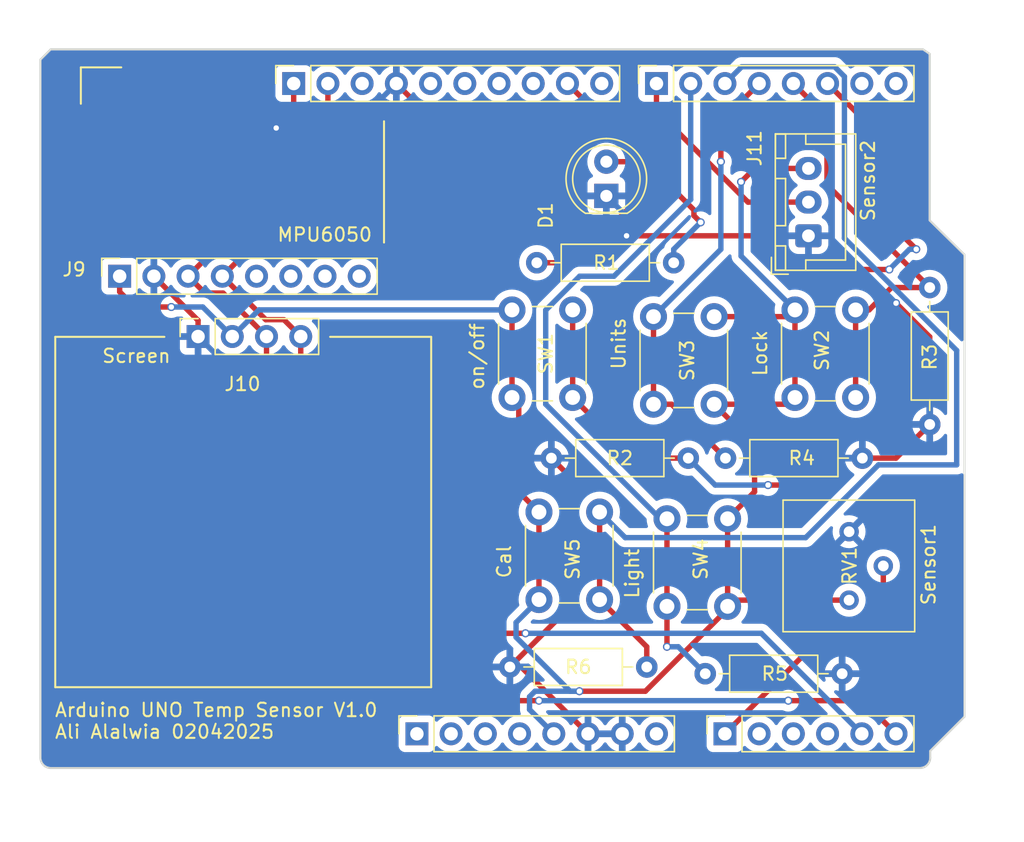
<source format=kicad_pcb>
(kicad_pcb (version 20240108) (generator "pcbnew") (generator_version "8.0")
  (title_block (date "mar. 31 mars 2015"))
  (layers (0 "F.Cu" signal) (31 "B.Cu" signal) (34 "B.Paste" user) (35 "F.Paste" user) (36 "B.SilkS" user "B.Silkscreen") (37 "F.SilkS" user "F.Silkscreen") (38 "B.Mask" user) (39 "F.Mask" user) (44 "Edge.Cuts" user))
  (net 0 "")
  (net 1 "GND")
  (net 3 "/IOREF")
  (net 4 "/A0")
  (net 5 "/A1")
  (net 6 "/A2")
  (net 7 "/A3")
  (net 8 "Net-(D1-A)")
  (net 9 "/I2C_SCL")
  (net 10 "/13")
  (net 11 "/12")
  (net 12 "/AREF")
  (net 13 "/8")
  (net 14 "/7")
  (net 15 "/*11")
  (net 16 "/*10")
  (net 17 "/*9")
  (net 18 "/4")
  (net 19 "+5V")
  (net 20 "/*6")
  (net 21 "/*5")
  (net 22 "/TX{slash}1")
  (net 23 "/*3")
  (net 24 "/RX{slash}0")
  (net 25 "+3V3")
  (net 26 "VCC")
  (net 27 "/~{RESET}")
  (net 28 "/I2C_SDA")
  (net 33 "/2")
  (footprint "Connector_PinSocket_2.54mm:PinSocket_1x08_P2.54mm_Vertical" (layer "F.Cu") (at 127.94 97.46 90)
    (property "Reference" "J1" (hide yes))
    (property "Value" "Power")
    (fp_line (start 1.33 -1.33) (end 1.33 0) (stroke (width 0.12)) (layer "F.SilkS"))
    (fp_line (start 0 -1.33) (end 1.33 -1.33) (stroke (width 0.12)) (layer "F.SilkS"))
    (fp_line (start 1.33 1.27) (end 1.33 19.11) (stroke (width 0.12)) (layer "F.SilkS"))
    (fp_line (start -1.33 1.27) (end 1.33 1.27) (stroke (width 0.12)) (layer "F.SilkS"))
    (fp_line (start -1.33 1.27) (end -1.33 19.11) (stroke (width 0.12)) (layer "F.SilkS"))
    (fp_line (start -1.33 19.11) (end 1.33 19.11) (stroke (width 0.12)) (layer "F.SilkS"))
    (pad "1" thru_hole rect (at 0 0 90) (size 1.7 1.7) (drill 1) (layers "*.Cu" "*.Mask"))
    (pad "2" thru_hole oval (at 0 2.54 90) (size 1.7 1.7) (drill 1) (layers "*.Cu" "*.Mask") (net 3 "/IOREF"))
    (pad "3" thru_hole oval (at 0 5.08 90) (size 1.7 1.7) (drill 1) (layers "*.Cu" "*.Mask") (net 27 "/~{RESET}"))
    (pad "4" thru_hole oval (at 0 7.62 90) (size 1.7 1.7) (drill 1) (layers "*.Cu" "*.Mask") (net 25 "+3V3"))
    (pad "5" thru_hole oval (at 0 10.16 90) (size 1.7 1.7) (drill 1) (layers "*.Cu" "*.Mask") (net 19 "+5V"))
    (pad "6" thru_hole oval (at 0 12.7 90) (size 1.7 1.7) (drill 1) (layers "*.Cu" "*.Mask") (net 1 "GND"))
    (pad "7" thru_hole oval (at 0 15.24 90) (size 1.7 1.7) (drill 1) (layers "*.Cu" "*.Mask") (net 1 "GND"))
    (pad "8" thru_hole oval (at 0 17.78 90) (size 1.7 1.7) (drill 1) (layers "*.Cu" "*.Mask") (net 26 "VCC"))
  )
  (footprint "Connector_PinSocket_2.54mm:PinSocket_1x06_P2.54mm_Vertical" (layer "F.Cu") (at 150.8 97.46 90)
    (property "Reference" "J3" (hide yes))
    (property "Value" "Analog")
    (fp_line (start 1.33 -1.33) (end 1.33 0) (stroke (width 0.12)) (layer "F.SilkS"))
    (fp_line (start 0 -1.33) (end 1.33 -1.33) (stroke (width 0.12)) (layer "F.SilkS"))
    (fp_line (start 1.33 1.27) (end 1.33 14.03) (stroke (width 0.12)) (layer "F.SilkS"))
    (fp_line (start -1.33 1.27) (end 1.33 1.27) (stroke (width 0.12)) (layer "F.SilkS"))
    (fp_line (start -1.33 1.27) (end -1.33 14.03) (stroke (width 0.12)) (layer "F.SilkS"))
    (fp_line (start -1.33 14.03) (end 1.33 14.03) (stroke (width 0.12)) (layer "F.SilkS"))
    (pad "1" thru_hole rect (at 0 0 90) (size 1.7 1.7) (drill 1) (layers "*.Cu" "*.Mask") (net 4 "/A0"))
    (pad "2" thru_hole oval (at 0 2.54 90) (size 1.7 1.7) (drill 1) (layers "*.Cu" "*.Mask") (net 5 "/A1"))
    (pad "3" thru_hole oval (at 0 5.08 90) (size 1.7 1.7) (drill 1) (layers "*.Cu" "*.Mask") (net 6 "/A2"))
    (pad "4" thru_hole oval (at 0 7.62 90) (size 1.7 1.7) (drill 1) (layers "*.Cu" "*.Mask") (net 7 "/A3"))
    (pad "5" thru_hole oval (at 0 10.16 90) (size 1.7 1.7) (drill 1) (layers "*.Cu" "*.Mask") (net 28 "/I2C_SDA"))
    (pad "6" thru_hole oval (at 0 12.7 90) (size 1.7 1.7) (drill 1) (layers "*.Cu" "*.Mask") (net 9 "/I2C_SCL"))
  )
  (footprint "Connector_PinSocket_2.54mm:PinSocket_1x10_P2.54mm_Vertical" (layer "F.Cu") (at 118.796 49.2 90)
    (property "Reference" "J2" (hide yes))
    (property "Value" "Digital/PWM")
    (fp_line (start 1.33 -1.33) (end 1.33 0) (stroke (width 0.12)) (layer "F.SilkS"))
    (fp_line (start 0 -1.33) (end 1.33 -1.33) (stroke (width 0.12)) (layer "F.SilkS"))
    (fp_line (start 1.33 1.27) (end 1.33 24.19) (stroke (width 0.12)) (layer "F.SilkS"))
    (fp_line (start -1.33 1.27) (end 1.33 1.27) (stroke (width 0.12)) (layer "F.SilkS"))
    (fp_line (start -1.33 1.27) (end -1.33 24.19) (stroke (width 0.12)) (layer "F.SilkS"))
    (fp_line (start -1.33 24.19) (end 1.33 24.19) (stroke (width 0.12)) (layer "F.SilkS"))
    (pad "1" thru_hole rect (at 0 0 90) (size 1.7 1.7) (drill 1) (layers "*.Cu" "*.Mask") (net 9 "/I2C_SCL"))
    (pad "2" thru_hole oval (at 0 2.54 90) (size 1.7 1.7) (drill 1) (layers "*.Cu" "*.Mask") (net 28 "/I2C_SDA"))
    (pad "3" thru_hole oval (at 0 5.08 90) (size 1.7 1.7) (drill 1) (layers "*.Cu" "*.Mask") (net 12 "/AREF"))
    (pad "4" thru_hole oval (at 0 7.62 90) (size 1.7 1.7) (drill 1) (layers "*.Cu" "*.Mask") (net 1 "GND"))
    (pad "5" thru_hole oval (at 0 10.16 90) (size 1.7 1.7) (drill 1) (layers "*.Cu" "*.Mask") (net 10 "/13"))
    (pad "6" thru_hole oval (at 0 12.7 90) (size 1.7 1.7) (drill 1) (layers "*.Cu" "*.Mask") (net 11 "/12"))
    (pad "7" thru_hole oval (at 0 15.24 90) (size 1.7 1.7) (drill 1) (layers "*.Cu" "*.Mask") (net 15 "/*11"))
    (pad "8" thru_hole oval (at 0 17.78 90) (size 1.7 1.7) (drill 1) (layers "*.Cu" "*.Mask") (net 16 "/*10"))
    (pad "9" thru_hole oval (at 0 20.32 90) (size 1.7 1.7) (drill 1) (layers "*.Cu" "*.Mask") (net 17 "/*9"))
    (pad "10" thru_hole oval (at 0 22.86 90) (size 1.7 1.7) (drill 1) (layers "*.Cu" "*.Mask") (net 13 "/8"))
  )
  (footprint "Connector_PinSocket_2.54mm:PinSocket_1x08_P2.54mm_Vertical" (layer "F.Cu") (at 145.72 49.2 90)
    (property "Reference" "J4" (hide yes))
    (property "Value" "Digital/PWM")
    (fp_line (start 1.33 -1.33) (end 1.33 0) (stroke (width 0.12)) (layer "F.SilkS"))
    (fp_line (start 0 -1.33) (end 1.33 -1.33) (stroke (width 0.12)) (layer "F.SilkS"))
    (fp_line (start 1.33 1.27) (end 1.33 19.11) (stroke (width 0.12)) (layer "F.SilkS"))
    (fp_line (start -1.33 1.27) (end 1.33 1.27) (stroke (width 0.12)) (layer "F.SilkS"))
    (fp_line (start -1.33 1.27) (end -1.33 19.11) (stroke (width 0.12)) (layer "F.SilkS"))
    (fp_line (start -1.33 19.11) (end 1.33 19.11) (stroke (width 0.12)) (layer "F.SilkS"))
    (pad "1" thru_hole rect (at 0 0 90) (size 1.7 1.7) (drill 1) (layers "*.Cu" "*.Mask") (net 14 "/7"))
    (pad "2" thru_hole oval (at 0 2.54 90) (size 1.7 1.7) (drill 1) (layers "*.Cu" "*.Mask") (net 20 "/*6"))
    (pad "3" thru_hole oval (at 0 5.08 90) (size 1.7 1.7) (drill 1) (layers "*.Cu" "*.Mask") (net 21 "/*5"))
    (pad "4" thru_hole oval (at 0 7.62 90) (size 1.7 1.7) (drill 1) (layers "*.Cu" "*.Mask") (net 18 "/4"))
    (pad "5" thru_hole oval (at 0 10.16 90) (size 1.7 1.7) (drill 1) (layers "*.Cu" "*.Mask") (net 23 "/*3"))
    (pad "6" thru_hole oval (at 0 12.7 90) (size 1.7 1.7) (drill 1) (layers "*.Cu" "*.Mask") (net 33 "/2"))
    (pad "7" thru_hole oval (at 0 15.24 90) (size 1.7 1.7) (drill 1) (layers "*.Cu" "*.Mask") (net 22 "/TX{slash}1"))
    (pad "8" thru_hole oval (at 0 17.78 90) (size 1.7 1.7) (drill 1) (layers "*.Cu" "*.Mask") (net 24 "/RX{slash}0"))
  )
  (footprint "Button_Switch_THT:SW_PUSH_6mm" (layer "F.Cu") (at 139.5 66 -90)
    (property "Reference" "SW1" (at 3.25 2 90) (layer "F.SilkS"))
    (property "Value" "SW_SPST")
    (fp_line (start 1 5.5) (end 5.5 5.5) (stroke (width 0.12)) (layer "F.SilkS"))
    (fp_line (start 6.75 3) (end 6.75 1.5) (stroke (width 0.12)) (layer "F.SilkS"))
    (fp_line (start -0.25 1.5) (end -0.25 3) (stroke (width 0.12)) (layer "F.SilkS"))
    (fp_line (start 5.5 -1) (end 1 -1) (stroke (width 0.12)) (layer "F.SilkS"))
    (pad "1" thru_hole circle (at 0 0) (size 2 2) (drill 1.1) (layers "*.Cu" "*.Mask") (net 33 "/2"))
    (pad "1" thru_hole circle (at 6.5 0) (size 2 2) (drill 1.1) (layers "*.Cu" "*.Mask") (net 33 "/2"))
    (pad "2" thru_hole circle (at 0 4.5) (size 2 2) (drill 1.1) (layers "*.Cu" "*.Mask") (net 19 "+5V"))
    (pad "2" thru_hole circle (at 6.5 4.5) (size 2 2) (drill 1.1) (layers "*.Cu" "*.Mask") (net 19 "+5V"))
  )
  (footprint "Resistor_THT:R_Axial_DIN0207_L6.3mm_D2.5mm_P10.16mm_Horizontal" (layer "F.Cu") (at 150.84 77)
    (property "Reference" "R4" (at 5.66 0 0) (layer "F.SilkS"))
    (property "Value" "100k")
    (fp_line (start 1.04 0) (end 1.81 0) (stroke (width 0.12)) (layer "F.SilkS"))
    (fp_line (start 1.81 -1.37) (end 1.81 1.37) (stroke (width 0.12)) (layer "F.SilkS"))
    (fp_line (start 1.81 1.37) (end 8.35 1.37) (stroke (width 0.12)) (layer "F.SilkS"))
    (fp_line (start 8.35 -1.37) (end 1.81 -1.37) (stroke (width 0.12)) (layer "F.SilkS"))
    (fp_line (start 8.35 1.37) (end 8.35 -1.37) (stroke (width 0.12)) (layer "F.SilkS"))
    (fp_line (start 9.12 0) (end 8.35 0) (stroke (width 0.12)) (layer "F.SilkS"))
    (pad "1" thru_hole circle (at 0 0) (size 1.6 1.6) (drill 0.8) (layers "*.Cu" "*.Mask") (net 18 "/4"))
    (pad "2" thru_hole oval (at 10.16 0) (size 1.6 1.6) (drill 0.8) (layers "*.Cu" "*.Mask") (net 1 "GND"))
  )
  (footprint "Resistor_THT:R_Axial_DIN0207_L6.3mm_D2.5mm_P10.16mm_Horizontal" (layer "F.Cu") (at 149.34 93)
    (property "Reference" "R5" (at 5.16 0 0) (layer "F.SilkS"))
    (property "Value" "100k")
    (fp_line (start 1.04 0) (end 1.81 0) (stroke (width 0.12)) (layer "F.SilkS"))
    (fp_line (start 1.81 -1.37) (end 1.81 1.37) (stroke (width 0.12)) (layer "F.SilkS"))
    (fp_line (start 1.81 1.37) (end 8.35 1.37) (stroke (width 0.12)) (layer "F.SilkS"))
    (fp_line (start 8.35 -1.37) (end 1.81 -1.37) (stroke (width 0.12)) (layer "F.SilkS"))
    (fp_line (start 8.35 1.37) (end 8.35 -1.37) (stroke (width 0.12)) (layer "F.SilkS"))
    (fp_line (start 9.12 0) (end 8.35 0) (stroke (width 0.12)) (layer "F.SilkS"))
    (pad "1" thru_hole circle (at 0 0) (size 1.6 1.6) (drill 0.8) (layers "*.Cu" "*.Mask") (net 20 "/*6"))
    (pad "2" thru_hole oval (at 10.16 0) (size 1.6 1.6) (drill 0.8) (layers "*.Cu" "*.Mask") (net 1 "GND"))
  )
  (footprint "Potentiometer_THT:Potentiometer_Bourns_3386P_Vertical" (layer "F.Cu") (at 160.015 87.54)
    (property "Reference" "RV1" (at 0.04 -2.54 90) (layer "F.SilkS"))
    (property "Value" "10k")
    (fp_line (start -4.9 -7.425) (end -4.9 2.345) (stroke (width 0.12)) (layer "F.SilkS"))
    (fp_line (start -4.9 -7.425) (end 4.87 -7.425) (stroke (width 0.12)) (layer "F.SilkS"))
    (fp_line (start -4.9 2.345) (end 4.87 2.345) (stroke (width 0.12)) (layer "F.SilkS"))
    (fp_line (start 4.87 -7.425) (end 4.87 2.345) (stroke (width 0.12)) (layer "F.SilkS"))
    (pad "1" thru_hole circle (at 0 0) (size 1.44 1.44) (drill 0.8) (layers "*.Cu" "*.Mask") (net 19 "+5V"))
    (pad "2" thru_hole circle (at 2.54 -2.54) (size 1.44 1.44) (drill 0.8) (layers "*.Cu" "*.Mask") (net 4 "/A0"))
    (pad "3" thru_hole circle (at 0 -5.08) (size 1.44 1.44) (drill 0.8) (layers "*.Cu" "*.Mask") (net 1 "GND"))
  )
  (footprint "Button_Switch_THT:SW_PUSH_6mm" (layer "F.Cu") (at 160.5 66 -90)
    (property "Reference" "SW2" (at 3 2.5 90) (layer "F.SilkS"))
    (property "Value" "SW_SPST")
    (fp_line (start 1 5.5) (end 5.5 5.5) (stroke (width 0.12)) (layer "F.SilkS"))
    (fp_line (start 6.75 3) (end 6.75 1.5) (stroke (width 0.12)) (layer "F.SilkS"))
    (fp_line (start -0.25 1.5) (end -0.25 3) (stroke (width 0.12)) (layer "F.SilkS"))
    (fp_line (start 5.5 -1) (end 1 -1) (stroke (width 0.12)) (layer "F.SilkS"))
    (pad "1" thru_hole circle (at 0 0) (size 2 2) (drill 1.1) (layers "*.Cu" "*.Mask") (net 23 "/*3"))
    (pad "1" thru_hole circle (at 6.5 0) (size 2 2) (drill 1.1) (layers "*.Cu" "*.Mask") (net 23 "/*3"))
    (pad "2" thru_hole circle (at 0 4.5) (size 2 2) (drill 1.1) (layers "*.Cu" "*.Mask") (net 19 "+5V"))
    (pad "2" thru_hole circle (at 6.5 4.5) (size 2 2) (drill 1.1) (layers "*.Cu" "*.Mask") (net 19 "+5V"))
  )
  (footprint "Button_Switch_THT:SW_PUSH_6mm" (layer "F.Cu") (at 145.5 73 90)
    (property "Reference" "SW3" (at 3.25 2.5 90) (layer "F.SilkS"))
    (property "Value" "SW_SPST")
    (fp_line (start 5.5 -1) (end 1 -1) (stroke (width 0.12)) (layer "F.SilkS"))
    (fp_line (start -0.25 1.5) (end -0.25 3) (stroke (width 0.12)) (layer "F.SilkS"))
    (fp_line (start 6.75 3) (end 6.75 1.5) (stroke (width 0.12)) (layer "F.SilkS"))
    (fp_line (start 1 5.5) (end 5.5 5.5) (stroke (width 0.12)) (layer "F.SilkS"))
    (pad "1" thru_hole circle (at 0 0 180) (size 2 2) (drill 1.1) (layers "*.Cu" "*.Mask") (net 18 "/4"))
    (pad "1" thru_hole circle (at 6.5 0 180) (size 2 2) (drill 1.1) (layers "*.Cu" "*.Mask") (net 18 "/4"))
    (pad "2" thru_hole circle (at 0 4.5 180) (size 2 2) (drill 1.1) (layers "*.Cu" "*.Mask") (net 19 "+5V"))
    (pad "2" thru_hole circle (at 6.5 4.5 180) (size 2 2) (drill 1.1) (layers "*.Cu" "*.Mask") (net 19 "+5V"))
  )
  (footprint "Button_Switch_THT:SW_PUSH_6mm" (layer "F.Cu") (at 141.5 81 -90)
    (property "Reference" "SW5" (at 3.5 2 90) (layer "F.SilkS"))
    (property "Value" "SW_SPST")
    (fp_line (start 1 5.5) (end 5.5 5.5) (stroke (width 0.12)) (layer "F.SilkS"))
    (fp_line (start 6.75 3) (end 6.75 1.5) (stroke (width 0.12)) (layer "F.SilkS"))
    (fp_line (start -0.25 1.5) (end -0.25 3) (stroke (width 0.12)) (layer "F.SilkS"))
    (fp_line (start 5.5 -1) (end 1 -1) (stroke (width 0.12)) (layer "F.SilkS"))
    (pad "1" thru_hole circle (at 0 0) (size 2 2) (drill 1.1) (layers "*.Cu" "*.Mask") (net 21 "/*5"))
    (pad "1" thru_hole circle (at 6.5 0) (size 2 2) (drill 1.1) (layers "*.Cu" "*.Mask") (net 21 "/*5"))
    (pad "2" thru_hole circle (at 0 4.5) (size 2 2) (drill 1.1) (layers "*.Cu" "*.Mask") (net 19 "+5V"))
    (pad "2" thru_hole circle (at 6.5 4.5) (size 2 2) (drill 1.1) (layers "*.Cu" "*.Mask") (net 19 "+5V"))
  )
  (footprint "Resistor_THT:R_Axial_DIN0207_L6.3mm_D2.5mm_P10.16mm_Horizontal" (layer "F.Cu") (at 145 92.5 180)
    (property "Reference" "R6" (at 5.08 0 0) (layer "F.SilkS"))
    (property "Value" "100k")
    (fp_line (start 9.12 0) (end 8.35 0) (stroke (width 0.12)) (layer "F.SilkS"))
    (fp_line (start 8.35 1.37) (end 8.35 -1.37) (stroke (width 0.12)) (layer "F.SilkS"))
    (fp_line (start 8.35 -1.37) (end 1.81 -1.37) (stroke (width 0.12)) (layer "F.SilkS"))
    (fp_line (start 1.81 1.37) (end 8.35 1.37) (stroke (width 0.12)) (layer "F.SilkS"))
    (fp_line (start 1.81 -1.37) (end 1.81 1.37) (stroke (width 0.12)) (layer "F.SilkS"))
    (fp_line (start 1.04 0) (end 1.81 0) (stroke (width 0.12)) (layer "F.SilkS"))
    (pad "1" thru_hole circle (at 0 0 180) (size 1.6 1.6) (drill 0.8) (layers "*.Cu" "*.Mask") (net 21 "/*5"))
    (pad "2" thru_hole oval (at 10.16 0 180) (size 1.6 1.6) (drill 0.8) (layers "*.Cu" "*.Mask") (net 1 "GND"))
  )
  (footprint "Connector_PinSocket_2.54mm:PinSocket_1x08_P2.54mm_Vertical" (layer "F.Cu") (at 105.88 63.5 90)
    (property "Reference" "J9" (at 0.5 -3.38 180) (layer "F.SilkS"))
    (property "Value" "CONN_GYRO")
    (fp_line (start 1.33 -1.33) (end 1.33 0) (stroke (width 0.12)) (layer "F.SilkS"))
    (fp_line (start 0 -1.33) (end 1.33 -1.33) (stroke (width 0.12)) (layer "F.SilkS"))
    (fp_line (start 1.33 1.27) (end 1.33 19.11) (stroke (width 0.12)) (layer "F.SilkS"))
    (fp_line (start -1.33 1.27) (end 1.33 1.27) (stroke (width 0.12)) (layer "F.SilkS"))
    (fp_line (start -1.33 1.27) (end -1.33 19.11) (stroke (width 0.12)) (layer "F.SilkS"))
    (fp_line (start -1.33 19.11) (end 1.33 19.11) (stroke (width 0.12)) (layer "F.SilkS"))
    (pad "1" thru_hole rect (at 0 0 90) (size 1.7 1.7) (drill 1) (layers "*.Cu" "*.Mask") (net 19 "+5V"))
    (pad "2" thru_hole oval (at 0 2.54 90) (size 1.7 1.7) (drill 1) (layers "*.Cu" "*.Mask") (net 1 "GND"))
    (pad "3" thru_hole oval (at 0 5.08 90) (size 1.7 1.7) (drill 1) (layers "*.Cu" "*.Mask") (net 9 "/I2C_SCL"))
    (pad "4" thru_hole oval (at 0 7.62 90) (size 1.7 1.7) (drill 1) (layers "*.Cu" "*.Mask") (net 28 "/I2C_SDA"))
    (pad "5" thru_hole oval (at 0 10.16 90) (size 1.7 1.7) (drill 1) (layers "*.Cu" "*.Mask"))
    (pad "6" thru_hole oval (at 0 12.7 90) (size 1.7 1.7) (drill 1) (layers "*.Cu" "*.Mask"))
    (pad "7" thru_hole oval (at 0 15.24 90) (size 1.7 1.7) (drill 1) (layers "*.Cu" "*.Mask"))
    (pad "8" thru_hole oval (at 0 17.78 90) (size 1.7 1.7) (drill 1) (layers "*.Cu" "*.Mask"))
  )
  (footprint "Connector_PinSocket_2.54mm:PinSocket_1x04_P2.54mm_Vertical" (layer "F.Cu") (at 111.7 67.975 90)
    (property "Reference" "J10" (at -3.525 3.3 180) (layer "F.SilkS"))
    (property "Value" "CONN_DISPLAY")
    (fp_line (start 1.33 -1.33) (end 1.33 0) (stroke (width 0.12)) (layer "F.SilkS"))
    (fp_line (start 0 -1.33) (end 1.33 -1.33) (stroke (width 0.12)) (layer "F.SilkS"))
    (fp_line (start 1.33 1.27) (end 1.33 8.95) (stroke (width 0.12)) (layer "F.SilkS"))
    (fp_line (start -1.33 1.27) (end 1.33 1.27) (stroke (width 0.12)) (layer "F.SilkS"))
    (fp_line (start -1.33 1.27) (end -1.33 8.95) (stroke (width 0.12)) (layer "F.SilkS"))
    (fp_line (start -1.33 8.95) (end 1.33 8.95) (stroke (width 0.12)) (layer "F.SilkS"))
    (pad "1" thru_hole rect (at 0 0 90) (size 1.7 1.7) (drill 1) (layers "*.Cu" "*.Mask") (net 1 "GND"))
    (pad "2" thru_hole oval (at 0 2.54 90) (size 1.7 1.7) (drill 1) (layers "*.Cu" "*.Mask") (net 19 "+5V"))
    (pad "3" thru_hole oval (at 0 5.08 90) (size 1.7 1.7) (drill 1) (layers "*.Cu" "*.Mask") (net 9 "/I2C_SCL"))
    (pad "4" thru_hole oval (at 0 7.62 90) (size 1.7 1.7) (drill 1) (layers "*.Cu" "*.Mask") (net 28 "/I2C_SDA"))
  )
  (footprint "Resistor_THT:R_Axial_DIN0207_L6.3mm_D2.5mm_P10.16mm_Horizontal" (layer "F.Cu") (at 147 62.5 180)
    (property "Reference" "R1" (at 5 0 0) (layer "F.SilkS"))
    (property "Value" "1k")
    (fp_line (start 9.12 0) (end 8.35 0) (stroke (width 0.12)) (layer "F.SilkS"))
    (fp_line (start 8.35 1.37) (end 8.35 -1.37) (stroke (width 0.12)) (layer "F.SilkS"))
    (fp_line (start 8.35 -1.37) (end 1.81 -1.37) (stroke (width 0.12)) (layer "F.SilkS"))
    (fp_line (start 1.81 1.37) (end 8.35 1.37) (stroke (width 0.12)) (layer "F.SilkS"))
    (fp_line (start 1.81 -1.37) (end 1.81 1.37) (stroke (width 0.12)) (layer "F.SilkS"))
    (fp_line (start 1.04 0) (end 1.81 0) (stroke (width 0.12)) (layer "F.SilkS"))
    (pad "1" thru_hole circle (at 0 0 180) (size 1.6 1.6) (drill 0.8) (layers "*.Cu" "*.Mask") (net 17 "/*9"))
    (pad "2" thru_hole oval (at 10.16 0 180) (size 1.6 1.6) (drill 0.8) (layers "*.Cu" "*.Mask") (net 8 "Net-(D1-A)"))
  )
  (footprint "Resistor_THT:R_Axial_DIN0207_L6.3mm_D2.5mm_P10.16mm_Horizontal" (layer "F.Cu") (at 166 64.34 -90)
    (property "Reference" "R3" (at 5.16 0 90) (layer "F.SilkS"))
    (property "Value" "100k")
    (fp_line (start 1.81 1.37) (end 8.35 1.37) (stroke (width 0.12)) (layer "F.SilkS"))
    (fp_line (start 8.35 1.37) (end 8.35 -1.37) (stroke (width 0.12)) (layer "F.SilkS"))
    (fp_line (start 1.04 0) (end 1.81 0) (stroke (width 0.12)) (layer "F.SilkS"))
    (fp_line (start 9.12 0) (end 8.35 0) (stroke (width 0.12)) (layer "F.SilkS"))
    (fp_line (start 1.81 -1.37) (end 1.81 1.37) (stroke (width 0.12)) (layer "F.SilkS"))
    (fp_line (start 8.35 -1.37) (end 1.81 -1.37) (stroke (width 0.12)) (layer "F.SilkS"))
    (pad "1" thru_hole circle (at 0 0 270) (size 1.6 1.6) (drill 0.8) (layers "*.Cu" "*.Mask") (net 23 "/*3"))
    (pad "2" thru_hole oval (at 10.16 0 270) (size 1.6 1.6) (drill 0.8) (layers "*.Cu" "*.Mask") (net 1 "GND"))
  )
  (footprint "Resistor_THT:R_Axial_DIN0207_L6.3mm_D2.5mm_P10.16mm_Horizontal" (layer "F.Cu") (at 148.08 77 180)
    (property "Reference" "R2" (at 5.08 0 0) (layer "F.SilkS"))
    (property "Value" "100k")
    (fp_line (start 9.12 0) (end 8.35 0) (stroke (width 0.12)) (layer "F.SilkS"))
    (fp_line (start 8.35 1.37) (end 8.35 -1.37) (stroke (width 0.12)) (layer "F.SilkS"))
    (fp_line (start 8.35 -1.37) (end 1.81 -1.37) (stroke (width 0.12)) (layer "F.SilkS"))
    (fp_line (start 1.81 1.37) (end 8.35 1.37) (stroke (width 0.12)) (layer "F.SilkS"))
    (fp_line (start 1.81 -1.37) (end 1.81 1.37) (stroke (width 0.12)) (layer "F.SilkS"))
    (fp_line (start 1.04 0) (end 1.81 0) (stroke (width 0.12)) (layer "F.SilkS"))
    (pad "1" thru_hole circle (at 0 0 180) (size 1.6 1.6) (drill 0.8) (layers "*.Cu" "*.Mask") (net 33 "/2"))
    (pad "2" thru_hole oval (at 10.16 0 180) (size 1.6 1.6) (drill 0.8) (layers "*.Cu" "*.Mask") (net 1 "GND"))
  )
  (footprint "Button_Switch_THT:SW_PUSH_6mm" (layer "F.Cu") (at 146.5 88 90)
    (property "Reference" "SW4" (at 3.5 2.5 90) (layer "F.SilkS"))
    (property "Value" "SW_SPST")
    (fp_line (start 5.5 -1) (end 1 -1) (stroke (width 0.12)) (layer "F.SilkS"))
    (fp_line (start -0.25 1.5) (end -0.25 3) (stroke (width 0.12)) (layer "F.SilkS"))
    (fp_line (start 6.75 3) (end 6.75 1.5) (stroke (width 0.12)) (layer "F.SilkS"))
    (fp_line (start 1 5.5) (end 5.5 5.5) (stroke (width 0.12)) (layer "F.SilkS"))
    (pad "1" thru_hole circle (at 0 0 180) (size 2 2) (drill 1.1) (layers "*.Cu" "*.Mask") (net 20 "/*6"))
    (pad "1" thru_hole circle (at 6.5 0 180) (size 2 2) (drill 1.1) (layers "*.Cu" "*.Mask") (net 20 "/*6"))
    (pad "2" thru_hole circle (at 0 4.5 180) (size 2 2) (drill 1.1) (layers "*.Cu" "*.Mask") (net 19 "+5V"))
    (pad "2" thru_hole circle (at 6.5 4.5 180) (size 2 2) (drill 1.1) (layers "*.Cu" "*.Mask") (net 19 "+5V"))
  )
  (footprint "LED_THT:LED_D5.0mm" (layer "F.Cu") (at 142 57.54 90)
    (property "Reference" "D1" (at -1.46 -4.5 90) (layer "F.SilkS"))
    (property "Value" "LED")
    (fp_line (start -1.29 -1.545) (end -1.29 1.545) (stroke (width 0.12)) (layer "F.SilkS"))
    (fp_arc (start -1.29 -1.54483) (mid 2.071756 -2.880501) (end 4.26 -0.000048) (stroke (width 0.12)) (layer "F.SilkS"))
    (fp_arc (start 4.26 0.000048) (mid 2.071756 2.880501) (end -1.29 1.54483) (stroke (width 0.12)) (layer "F.SilkS"))
    (fp_circle (center 1.27 0) (end 3.77 0) (stroke (width 0.12)) (fill none) (layer "F.SilkS"))
    (pad "1" thru_hole rect (at 0 0 90) (size 1.8 1.8) (drill 0.9) (layers "*.Cu" "*.Mask") (net 1 "GND"))
    (pad "2" thru_hole circle (at 2.54 0 90) (size 1.8 1.8) (drill 0.9) (layers "*.Cu" "*.Mask") (net 8 "Net-(D1-A)"))
  )
  (footprint "Connector_JST:JST_XH_B3B-XH-A_1x03_P2.50mm_Vertical" (layer "F.Cu") (at 157 60.5 90)
    (property "Reference" "J11" (at 6.5 -4 90) (layer "F.SilkS"))
    (property "Value" "Temp_Digital")
    (fp_line (start -1.6 -2.75) (end -2.85 -2.75) (stroke (width 0.12)) (layer "F.SilkS"))
    (fp_line (start -2.85 -2.75) (end -2.85 -1.5) (stroke (width 0.12)) (layer "F.SilkS"))
    (fp_line (start 7.56 -2.46) (end -2.56 -2.46) (stroke (width 0.12)) (layer "F.SilkS"))
    (fp_line (start -2.56 -2.46) (end -2.56 3.51) (stroke (width 0.12)) (layer "F.SilkS"))
    (fp_line (start 7.55 -2.45) (end 5.75 -2.45) (stroke (width 0.12)) (layer "F.SilkS"))
    (fp_line (start 5.75 -2.45) (end 5.75 -1.7) (stroke (width 0.12)) (layer "F.SilkS"))
    (fp_line (start 4.25 -2.45) (end 0.75 -2.45) (stroke (width 0.12)) (layer "F.SilkS"))
    (fp_line (start 0.75 -2.45) (end 0.75 -1.7) (stroke (width 0.12)) (layer "F.SilkS"))
    (fp_line (start -0.75 -2.45) (end -2.55 -2.45) (stroke (width 0.12)) (layer "F.SilkS"))
    (fp_line (start -2.55 -2.45) (end -2.55 -1.7) (stroke (width 0.12)) (layer "F.SilkS"))
    (fp_line (start 7.55 -1.7) (end 7.55 -2.45) (stroke (width 0.12)) (layer "F.SilkS"))
    (fp_line (start 5.75 -1.7) (end 7.55 -1.7) (stroke (width 0.12)) (layer "F.SilkS"))
    (fp_line (start 4.25 -1.7) (end 4.25 -2.45) (stroke (width 0.12)) (layer "F.SilkS"))
    (fp_line (start 0.75 -1.7) (end 4.25 -1.7) (stroke (width 0.12)) (layer "F.SilkS"))
    (fp_line (start -0.75 -1.7) (end -0.75 -2.45) (stroke (width 0.12)) (layer "F.SilkS"))
    (fp_line (start -2.55 -1.7) (end -0.75 -1.7) (stroke (width 0.12)) (layer "F.SilkS"))
    (fp_line (start 7.55 -0.2) (end 6.8 -0.2) (stroke (width 0.12)) (layer "F.SilkS"))
    (fp_line (start 6.8 -0.2) (end 6.8 2.75) (stroke (width 0.12)) (layer "F.SilkS"))
    (fp_line (start -1.8 -0.2) (end -1.8 2.75) (stroke (width 0.12)) (layer "F.SilkS"))
    (fp_line (start -2.55 -0.2) (end -1.8 -0.2) (stroke (width 0.12)) (layer "F.SilkS"))
    (fp_line (start 6.8 2.75) (end 2.5 2.75) (stroke (width 0.12)) (layer "F.SilkS"))
    (fp_line (start -1.8 2.75) (end 2.5 2.75) (stroke (width 0.12)) (layer "F.SilkS"))
    (fp_line (start 7.56 3.51) (end 7.56 -2.46) (stroke (width 0.12)) (layer "F.SilkS"))
    (fp_line (start -2.56 3.51) (end 7.56 3.51) (stroke (width 0.12)) (layer "F.SilkS"))
    (pad "1" thru_hole roundrect (at 0 0 90) (size 1.7 1.95) (drill 0.95) (layers "*.Cu" "*.Mask") (roundrect_rratio 0.147059) (net 1 "GND"))
    (pad "2" thru_hole oval (at 2.5 0 90) (size 1.7 1.95) (drill 0.95) (layers "*.Cu" "*.Mask") (net 14 "/7"))
    (pad "3" thru_hole oval (at 5 0 90) (size 1.7 1.95) (drill 0.95) (layers "*.Cu" "*.Mask") (net 19 "+5V"))
  )
  (gr_line (start 101.1 94) (end 101.1 67.999808) (stroke (width 0.15)) (layer "F.SilkS"))
  (gr_line (start 101.1 67.999808) (end 109.2 68.000094) (stroke (width 0.15)) (layer "F.SilkS"))
  (gr_line (start 103 48) (end 106 48) (stroke (width 0.15)) (layer "F.SilkS"))
  (gr_line (start 125.5 61) (end 125.5 52) (stroke (width 0.15)) (layer "F.SilkS"))
  (gr_line (start 129 94) (end 101.1 94) (stroke (width 0.15)) (layer "F.SilkS"))
  (gr_line (start 129 68) (end 129 94) (stroke (width 0.15)) (layer "F.SilkS"))
  (gr_line (start 121.5 68) (end 129 68) (stroke (width 0.15)) (layer "F.SilkS"))
  (gr_line (start 103 50.7) (end 103 48) (stroke (width 0.15)) (layer "F.SilkS"))
  (gr_line (start 166 59.360063) (end 168.58 61.9) (stroke (width 0.15)) (layer "Edge.Cuts"))
  (gr_line (start 100 99.238) (end 100 47.422) (stroke (width 0.15)) (layer "Edge.Cuts"))
  (gr_line (start 165.5 46.66) (end 166 47) (stroke (width 0.15)) (layer "Edge.Cuts"))
  (gr_line (start 168.58 61.9) (end 168.58 96.19) (stroke (width 0.15)) (layer "Edge.Cuts"))
  (gr_line (start 165.278 100) (end 100.762 100) (stroke (width 0.15)) (layer "Edge.Cuts"))
  (gr_line (start 100.762 46.66) (end 165.5 46.66) (stroke (width 0.15)) (layer "Edge.Cuts"))
  (gr_arc (start 100.762 100) (mid 100.223185 99.776815) (end 100 99.238) (stroke (width 0.15)) (layer "Edge.Cuts"))
  (gr_line (start 168.58 96.19) (end 166.04 98.73) (stroke (width 0.15)) (layer "Edge.Cuts"))
  (gr_line (start 100 47.422) (end 100.762 46.66) (stroke (width 0.15)) (layer "Edge.Cuts"))
  (gr_arc (start 166.04 99.238) (mid 165.816815 99.776815) (end 165.278 100) (stroke (width 0.15)) (layer "Edge.Cuts"))
  (gr_line (start 166 47) (end 166 59.360063) (stroke (width 0.15)) (layer "Edge.Cuts"))
  (gr_line (start 166.04 98.73) (end 166.04 99.238) (stroke (width 0.15)) (layer "Edge.Cuts"))
  (gr_text "on/off" (at 133 72 90) (layer "F.SilkS") (effects (font (size 1 1)) (justify left bottom)))
  (gr_text "Arduino UNO Temp Sensor V1.0\nAli Alalwia 02042025\n\n" (at 101 99.5 0) (layer "F.SilkS") (effects (font (size 1 1)) (justify left bottom)))
  (gr_text "Sensor1" (at 166.5 88 90) (layer "F.SilkS") (effects (font (size 1 1)) (justify left bottom)))
  (gr_text "MPU6050" (at 117.5 61 0) (layer "F.SilkS") (effects (font (size 1 1)) (justify left bottom)))
  (gr_text "Sensor2" (at 162 59.5 90) (layer "F.SilkS") (effects (font (size 1 1)) (justify left bottom)))
  (gr_text "Units" (at 143.5 70.5 90) (layer "F.SilkS") (effects (font (size 1 1)) (justify left bottom)))
  (gr_text "Lock" (at 154 71 90) (layer "F.SilkS") (effects (font (size 1 1)) (justify left bottom)))
  (gr_text "Cal" (at 135 86 90) (layer "F.SilkS") (effects (font (size 1 1)) (justify left bottom)))
  (gr_text "Light" (at 144.5 87.5 90) (layer "F.SilkS") (effects (font (size 1 1)) (justify left bottom)))
  (gr_text "Screen" (at 104.5 70 0) (layer "F.SilkS") (effects (font (size 1 1)) (justify left bottom)))
  (segment (start 135.68 92.5) (end 140.64 97.46) (width 0.4) (layer "F.Cu") (net 1))
  (segment (start 157 60.5) (end 143.5 60.5) (width 0.4) (layer "F.Cu") (net 1))
  (segment (start 161 77) (end 163.5 77) (width 0.4) (layer "F.Cu") (net 1))
  (segment (start 111.7 66.78) (end 111.7 67.975) (width 0.4) (layer "F.Cu") (net 1))
  (segment (start 139.5 87.84) (end 134.84 92.5) (width 0.4) (layer "F.Cu") (net 1))
  (segment (start 134.84 92.5) (end 135.68 92.5) (width 0.4) (layer "F.Cu") (net 1))
  (segment (start 137.92 77) (end 139.5 78.58) (width 0.4) (layer "F.Cu") (net 1))
  (segment (start 166 68) (end 163.5 65.5) (width 0.4) (layer "F.Cu") (net 1))
  (segment (start 108.42 63.5) (end 108.42 61.58) (width 0.4) (layer "F.Cu") (net 1))
  (segment (start 108.42 61.58) (end 117.5 52.5) (width 0.4) (layer "F.Cu") (net 1))
  (segment (start 134.756 57.54) (end 126.416 49.2) (width 0.4) (layer "F.Cu") (net 1))
  (segment (start 166 74.5) (end 166 68) (width 0.4) (layer "F.Cu") (net 1))
  (segment (start 139.5 78.58) (end 139.5 87.84) (width 0.4) (layer "F.Cu") (net 1))
  (segment (start 163.5 77) (end 166 74.5) (width 0.4) (layer "F.Cu") (net 1))
  (segment (start 108.42 63.5) (end 111.7 66.78) (width 0.4) (layer "F.Cu") (net 1))
  (segment (start 142 57.54) (end 134.756 57.54) (width 0.4) (layer "F.Cu") (net 1))
  (via (at 163.5 65.5) (size 0.6) (drill 0.4) (layers "F.Cu" "B.Cu") (net 1))
  (via (at 117.5 52.5) (size 0.6) (drill 0.4) (layers "F.Cu" "B.Cu") (net 1))
  (via (at 143.5 60.5) (size 0.6) (drill 0.4) (layers "F.Cu" "B.Cu") (net 1))
  (segment (start 120.725 77) (end 137.92 77) (width 0.4) (layer "B.Cu") (net 1))
  (segment (start 117.5 52.5) (end 123.116 52.5) (width 0.4) (layer "B.Cu") (net 1))
  (segment (start 111.7 67.975) (end 120.725 77) (width 0.4) (layer "B.Cu") (net 1))
  (segment (start 123.116 52.5) (end 126.416 49.2) (width 0.4) (layer "B.Cu") (net 1))
  (segment (start 143.5 59.04) (end 142 57.54) (width 0.4) (layer "B.Cu") (net 1))
  (segment (start 158.5 60.5) (end 157 60.5) (width 0.4) (layer "B.Cu") (net 1))
  (segment (start 163.5 65.5) (end 158.5 60.5) (width 0.4) (layer "B.Cu") (net 1))
  (segment (start 143.5 60.5) (end 143.5 59.04) (width 0.4) (layer "B.Cu") (net 1))
  (segment (start 162.555 88.945) (end 161 90.5) (width 0.4) (layer "F.Cu") (net 4))
  (segment (start 162.555 85) (end 162.555 88.945) (width 0.4) (layer "F.Cu") (net 4))
  (segment (start 161 90.5) (end 157.76 90.5) (width 0.4) (layer "F.Cu") (net 4))
  (segment (start 157.76 90.5) (end 150.8 97.46) (width 0.4) (layer "F.Cu") (net 4))
  (segment (start 139.64 62.5) (end 136.84 62.5) (width 0.4) (layer "F.Cu") (net 8))
  (segment (start 144.5 57.64) (end 139.64 62.5) (width 0.4) (layer "F.Cu") (net 8))
  (segment (start 142 55) (end 143.5 55) (width 0.4) (layer "F.Cu") (net 8))
  (segment (start 143.5 55) (end 144.5 56) (width 0.4) (layer "F.Cu") (net 8))
  (segment (start 144.5 56) (end 144.5 57.64) (width 0.4) (layer "F.Cu") (net 8))
  (segment (start 161.04 95) (end 163.5 97.46) (width 0.4) (layer "F.Cu") (net 9))
  (segment (start 113.555 64.75) (end 116.78 67.975) (width 0.4) (layer "F.Cu") (net 9))
  (segment (start 155.5 95) (end 161.04 95) (width 0.4) (layer "F.Cu") (net 9))
  (segment (start 116.78 83.28) (end 128.5 95) (width 0.4) (layer "F.Cu") (net 9))
  (segment (start 128.5 95) (end 137 95) (width 0.4) (layer "F.Cu") (net 9))
  (segment (start 116.78 67.975) (end 116.78 83.28) (width 0.4) (layer "F.Cu") (net 9))
  (segment (start 112.21 64.75) (end 113.555 64.75) (width 0.4) (layer "F.Cu") (net 9))
  (segment (start 110.96 63.5) (end 112.21 64.75) (width 0.4) (layer "F.Cu") (net 9))
  (segment (start 118.796 55.664) (end 110.96 63.5) (width 0.4) (layer "F.Cu") (net 9))
  (segment (start 118.796 49.2) (end 118.796 55.664) (width 0.4) (layer "F.Cu") (net 9))
  (via (at 137 95) (size 0.6) (drill 0.4) (layers "F.Cu" "B.Cu") (net 9))
  (via (at 155.5 95) (size 0.6) (drill 0.4) (layers "F.Cu" "B.Cu") (net 9))
  (segment (start 137 95) (end 155.5 95) (width 0.4) (layer "B.Cu") (net 9))
  (segment (start 145.72 51.20995) (end 145.72 49.2) (width 0.4) (layer "F.Cu") (net 14))
  (segment (start 157 58) (end 152.51005 58) (width 0.4) (layer "F.Cu") (net 14))
  (segment (start 152.51005 58) (end 145.72 51.20995) (width 0.4) (layer "F.Cu") (net 14))
  (segment (start 149 59.5) (end 148.5 59) (width 0.4) (layer "F.Cu") (net 17))
  (segment (start 148.5 59) (end 148.5 58.584) (width 0.4) (layer "F.Cu") (net 17))
  (segment (start 148.5 58.584) (end 139.116 49.2) (width 0.4) (layer "F.Cu") (net 17))
  (via (at 149 59.5) (size 0.6) (drill 0.4) (layers "F.Cu" "B.Cu") (net 17))
  (segment (start 147 61.5) (end 149 59.5) (width 0.4) (layer "B.Cu") (net 17))
  (segment (start 147 62.5) (end 147 61.5) (width 0.4) (layer "B.Cu") (net 17))
  (segment (start 153.34 49.2) (end 150.5 52.04) (width 0.4) (layer "F.Cu") (net 18))
  (segment (start 146.84 73) (end 150.84 77) (width 0.4) (layer "F.Cu") (net 18))
  (segment (start 145.5 73) (end 146.84 73) (width 0.4) (layer "F.Cu") (net 18))
  (segment (start 145.5 66.5) (end 145.5 73) (width 0.4) (layer "F.Cu") (net 18))
  (segment (start 150.5 52.04) (end 150.5 55) (width 0.4) (layer "F.Cu") (net 18))
  (via (at 150.5 55) (size 0.6) (drill 0.4) (layers "F.Cu" "B.Cu") (net 18))
  (segment (start 150.5 61.5) (end 145.5 66.5) (width 0.4) (layer "B.Cu") (net 18))
  (segment (start 150.5 55) (end 150.5 61.5) (width 0.4) (layer "B.Cu") (net 18))
  (segment (start 157 55.5) (end 153 55.5) (width 0.4) (layer "F.Cu") (net 19))
  (segment (start 156 66) (end 156 72.5) (width 0.4) (layer "F.Cu") (net 19))
  (segment (start 150 66.5) (end 155.5 66.5) (width 0.4) (layer "F.Cu") (net 19))
  (segment (start 153 55.5) (end 152 56.5) (width 0.4) (layer "F.Cu") (net 19))
  (segment (start 144.897057 94.3) (end 140 94.3) (width 0.4) (layer "F.Cu") (net 19))
  (segment (start 151 81.5) (end 151 88) (width 0.4) (layer "F.Cu") (net 19))
  (segment (start 150 73) (end 155.5 73) (width 0.4) (layer "F.Cu") (net 19))
  (segment (start 137 81) (end 137 87.5) (width 0.4) (layer "F.Cu") (net 19))
  (segment (start 105.88 64.655) (end 107.009975 65.784975) (width 0.4) (layer "F.Cu") (net 19))
  (segment (start 153 79.5) (end 151 81.5) (width 0.4) (layer "F.Cu") (net 19))
  (segment (start 135 66) (end 135 72.5) (width 0.4) (layer "F.Cu") (net 19))
  (segment (start 135.5 79.5) (end 137 81) (width 0.4) (layer "F.Cu") (net 19))
  (segment (start 151 88.197057) (end 144.897057 94.3) (width 0.4) (layer "F.Cu") (net 19))
  (segment (start 135.5 73) (end 135.5 79.5) (width 0.4) (layer "F.Cu") (net 19))
  (segment (start 160.015 87.54) (end 151.46 87.54) (width 0.4) (layer "F.Cu") (net 19))
  (segment (start 107.009975 65.784975) (end 109.715025 65.784975) (width 0.4) (layer "F.Cu") (net 19))
  (segment (start 150 73) (end 153 76) (width 0.4) (layer "F.Cu") (net 19))
  (segment (start 105.88 63.5) (end 105.88 64.655) (width 0.4) (layer "F.Cu") (net 19))
  (segment (start 153 76) (end 153 79.5) (width 0.4) (layer "F.Cu") (net 19))
  (via (at 152 56.5) (size 0.6) (drill 0.4) (layers "F.Cu" "B.Cu") (net 19))
  (via (at 109.715025 65.784975) (size 0.6) (drill 0.4) (layers "F.Cu" "B.Cu") (net 19))
  (via (at 140 94.3) (size 0.6) (drill 0.4) (layers "F.Cu" "B.Cu") (net 19))
  (segment (start 140 94.3) (end 136.71005 94.3) (width 0.4) (layer "B.Cu") (net 19))
  (segment (start 135.3 90.28995) (end 139.31005 94.3) (width 0.4) (layer "B.Cu") (net 19))
  (segment (start 136.3 94.71005) (end 136.3 95.66) (width 0.4) (layer "B.Cu") (net 19))
  (segment (start 139.31005 94.3) (end 140 94.3) (width 0.4) (layer "B.Cu") (net 19))
  (segment (start 116.215 66) (end 135 66) (width 0.4) (layer "B.Cu") (net 19))
  (segment (start 135.3 89.2) (end 135.3 90.28995) (width 0.4) (layer "B.Cu") (net 19))
  (segment (start 137 87.5) (end 135.3 89.2) (width 0.4) (layer "B.Cu") (net 19))
  (segment (start 152 62) (end 156 66) (width 0.4) (layer "B.Cu") (net 19))
  (segment (start 112.049975 65.784975) (end 114.24 67.975) (width 0.4) (layer "B.Cu") (net 19))
  (segment (start 109.715025 65.784975) (end 112.049975 65.784975) (width 0.4) (layer "B.Cu") (net 19))
  (segment (start 136.71005 94.3) (end 136.3 94.71005) (width 0.4) (layer "B.Cu") (net 19))
  (segment (start 114.24 67.975) (end 116.215 66) (width 0.4) (layer "B.Cu") (net 19))
  (segment (start 152 56.5) (end 152 62) (width 0.4) (layer "B.Cu") (net 19))
  (segment (start 136.3 95.66) (end 138.1 97.46) (width 0.4) (layer "B.Cu") (net 19))
  (segment (start 146.5 81.5) (end 146.5 88) (width 0.4) (layer "F.Cu") (net 20))
  (segment (start 146.5 88) (end 146.5 91) (width 0.4) (layer "F.Cu") (net 20))
  (via (at 146.5 91) (size 0.6) (drill 0.4) (layers "F.Cu" "B.Cu") (net 20))
  (segment (start 147.34 91) (end 149.34 93) (width 0.4) (layer "B.Cu") (net 20))
  (segment (start 140.020101 63.5) (end 137.5 66.020101) (width 0.4) (layer "B.Cu") (net 20))
  (segment (start 146.5 91) (end 147.34 91) (width 0.4) (layer "B.Cu") (net 20))
  (segment (start 148.26 57.805685) (end 142.565685 63.5) (width 0.4) (layer "B.Cu") (net 20))
  (segment (start 142.565685 63.5) (end 140.020101 63.5) (width 0.4) (layer "B.Cu") (net 20))
  (segment (start 146 81.5) (end 146.5 81.5) (width 0.4) (layer "B.Cu") (net 20))
  (segment (start 137.5 66.020101) (end 137.5 73) (width 0.4) (layer "B.Cu") (net 20))
  (segment (start 148.26 49.2) (end 148.26 57.805685) (width 0.4) (layer "B.Cu") (net 20))
  (segment (start 137.5 73) (end 146 81.5) (width 0.4) (layer "B.Cu") (net 20))
  (segment (start 141.5 87.5) (end 145 91) (width 0.4) (layer "F.Cu") (net 21))
  (segment (start 141.5 81) (end 141.5 87.5) (width 0.4) (layer "F.Cu") (net 21))
  (segment (start 145 91) (end 145 92.5) (width 0.4) (layer "F.Cu") (net 21))
  (segment (start 143.4 82.9) (end 141.5 81) (width 0.4) (layer "B.Cu") (net 21))
  (segment (start 156.797057 82.9) (end 143.4 82.9) (width 0.4) (layer "B.Cu") (net 21))
  (segment (start 162.197057 77.5) (end 156.797057 82.9) (width 0.4) (layer "B.Cu") (net 21))
  (segment (start 158.937767 47.95) (end 159.67 48.682233) (width 0.4) (layer "B.Cu") (net 21))
  (segment (start 168 69.01005) (end 168 77.5) (width 0.4) (layer "B.Cu") (net 21))
  (segment (start 159.67 48.682233) (end 159.67 60.68005) (width 0.4) (layer "B.Cu") (net 21))
  (segment (start 168 77.5) (end 162.197057 77.5) (width 0.4) (layer "B.Cu") (net 21))
  (segment (start 159.67 60.68005) (end 168 69.01005) (width 0.4) (layer "B.Cu") (net 21))
  (segment (start 152.05 47.95) (end 158.937767 47.95) (width 0.4) (layer "B.Cu") (net 21))
  (segment (start 150.8 49.2) (end 152.05 47.95) (width 0.4) (layer "B.Cu") (net 21))
  (segment (start 158.375 56.715) (end 166 64.34) (width 0.4) (layer "F.Cu") (net 23))
  (segment (start 155.88 49.2) (end 158.375 51.695) (width 0.4) (layer "F.Cu") (net 23))
  (segment (start 160.5 66) (end 160.5 72.5) (width 0.4) (layer "F.Cu") (net 23))
  (segment (start 161.5 66) (end 163.16 64.34) (width 0.4) (layer "F.Cu") (net 23))
  (segment (start 158.375 51.695) (end 158.375 56.715) (width 0.4) (layer "F.Cu") (net 23))
  (segment (start 163.16 64.34) (end 166 64.34) (width 0.4) (layer "F.Cu") (net 23))
  (segment (start 160.5 66) (end 161.5 66) (width 0.4) (layer "F.Cu") (net 23))
  (segment (start 119.32 67.975) (end 119.32 83.32) (width 0.4) (layer "F.Cu") (net 28))
  (segment (start 116.725 66.725) (end 118.07 66.725) (width 0.4) (layer "F.Cu") (net 28))
  (segment (start 121.336 55.664) (end 121.336 49.2) (width 0.4) (layer "F.Cu") (net 28))
  (segment (start 113.5 63.5) (end 116.725 66.725) (width 0.4) (layer "F.Cu") (net 28))
  (segment (start 119.32 83.32) (end 126 90) (width 0.4) (layer "F.Cu") (net 28))
  (segment (start 118.07 66.725) (end 119.32 67.975) (width 0.4) (layer "F.Cu") (net 28))
  (segment (start 126 90) (end 136 90) (width 0.4) (layer "F.Cu") (net 28))
  (segment (start 113.5 63.5) (end 121.336 55.664) (width 0.4) (layer "F.Cu") (net 28))
  (via (at 136 90) (size 0.6) (drill 0.4) (layers "F.Cu" "B.Cu") (net 28))
  (segment (start 153.5 90) (end 160.96 97.46) (width 0.4) (layer "B.Cu") (net 28))
  (segment (start 136 90) (end 153.5 90) (width 0.4) (layer "B.Cu") (net 28))
  (segment (start 155 79) (end 154 79) (width 0.4) (layer "F.Cu") (net 33))
  (segment (start 144 77) (end 148.08 77) (width 0.4) (layer "F.Cu") (net 33))
  (segment (start 163 63) (end 161 63) (width 0.4) (layer "F.Cu") (net 33))
  (segment (start 158 76) (end 155 79) (width 0.4) (layer "F.Cu") (net 33))
  (segment (start 163 53.78) (end 163 59.5) (width 0.4) (layer "F.Cu") (net 33))
  (segment (start 161 63) (end 158 66) (width 0.4) (layer "F.Cu") (net 33))
  (segment (start 163 59.5) (end 165 61.5) (width 0.4) (layer "F.Cu") (net 33))
  (segment (start 158 66) (end 158 76) (width 0.4) (layer "F.Cu") (net 33))
  (segment (start 139.5 72.5) (end 144 77) (width 0.4) (layer "F.Cu") (net 33))
  (segment (start 139.5 66) (end 139.5 72.5) (width 0.4) (layer "F.Cu") (net 33))
  (segment (start 158.42 49.2) (end 163 53.78) (width 0.4) (layer "F.Cu") (net 33))
  (via (at 154 79) (size 0.6) (drill 0.4) (layers "F.Cu" "B.Cu") (net 33))
  (via (at 165 61.5) (size 0.6) (drill 0.4) (layers "F.Cu" "B.Cu") (net 33))
  (via (at 163 63) (size 0.6) (drill 0.4) (layers "F.Cu" "B.Cu") (net 33))
  (segment (start 154 79) (end 150.08 79) (width 0.4) (layer "B.Cu") (net 33))
  (segment (start 150.08 79) (end 148.08 77) (width 0.4) (layer "B.Cu") (net 33))
  (segment (start 165 61.5) (end 164.5 61.5) (width 0.4) (layer "B.Cu") (net 33))
  (segment (start 164.5 61.5) (end 163 63) (width 0.4) (layer "B.Cu") (net 33))
  (zone (net 1) (net_name "GND") (layer "B.Cu") (connect_pads (clearance 0.508)) (min_thickness 0.25) (fill yes (thermal_gap 0.5) (thermal_bridge_width 0.5))
    (polygon (pts (xy 97 43) (xy 173 43) (xy 173 105.5) (xy 97 105.5)))
  )
)
</source>
